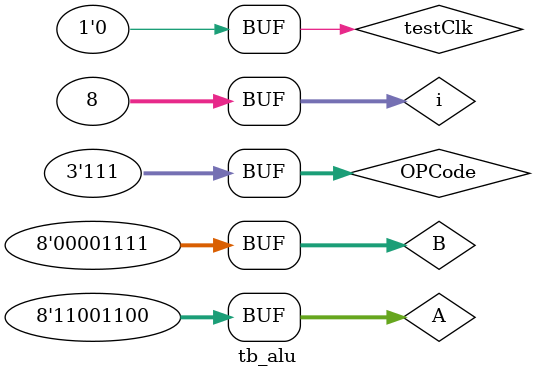
<source format=sv>
module tb_alu();
logic       testClk;
logic[7:0]  A;
logic[7:0]  B;
logic[2:0]  OPCode;
logic[7:0]  ALU_Out ;    

aLU DUT(.A, .B, .OPCode, .ALU_Out);

int i;

//generate clock
always begin
    testClk = 1; #5;
    testClk = 0; #5;
end
/*
o	If OPCode is:
	    000: ALU_Out = A  (function: Pass A)
	    001: ALU_Out = B  (function: Pass B)
	    010: ALU_Out = A Xor B
	    011: ALU_Out = A XNor B
	    100: ALU_Out = A + B 
	    101: ALU_Out = A – B
	    110: ALU_Out = A, left-shifted 1 bit
	    111: ALU_Out = A, right-shifted 1 bit
*/

initial begin
    A = 8'b11001100;
    B = 8'b00001111; 
/* should output

	    000: ALU_Out = A  = 11001100
	    001: ALU_Out = B  = 00001111
	    010: ALU_Out = A Xor B = 11000011
	    011: ALU_Out = A XNor B = 00111100
	    100: ALU_Out = A + B = 11010011
	    101: ALU_Out = A – B = 10111101
	    110: ALU_Out = A, left-shifted 1 bit = 10011000
	    111: ALU_Out = A, right-shifted 1 bit = 01100110


*/


    for(i=0;i<8;i=i+1) begin
        OPCode = i; #10;
    end

end
    

endmodule
</source>
